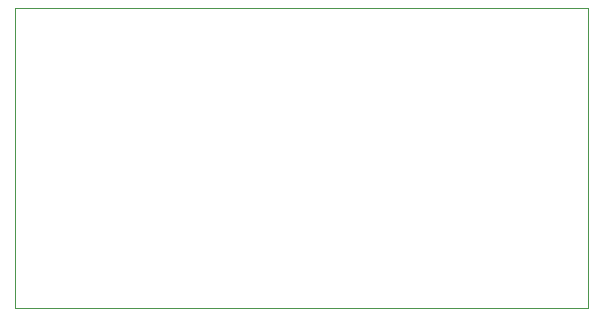
<source format=gbr>
%TF.GenerationSoftware,KiCad,Pcbnew,7.0.8*%
%TF.CreationDate,2023-12-13T22:32:35+02:00*%
%TF.ProjectId,limit_switch,6c696d69-745f-4737-9769-7463682e6b69,rev?*%
%TF.SameCoordinates,Original*%
%TF.FileFunction,Profile,NP*%
%FSLAX46Y46*%
G04 Gerber Fmt 4.6, Leading zero omitted, Abs format (unit mm)*
G04 Created by KiCad (PCBNEW 7.0.8) date 2023-12-13 22:32:35*
%MOMM*%
%LPD*%
G01*
G04 APERTURE LIST*
%TA.AperFunction,Profile*%
%ADD10C,0.100000*%
%TD*%
G04 APERTURE END LIST*
D10*
X200773000Y-108331000D02*
X152273000Y-108331000D01*
X152273000Y-82943000D02*
X200773000Y-82981000D01*
X152273000Y-82943000D02*
X152273000Y-108331000D01*
X200773000Y-82981000D02*
X200773000Y-108331000D01*
M02*

</source>
